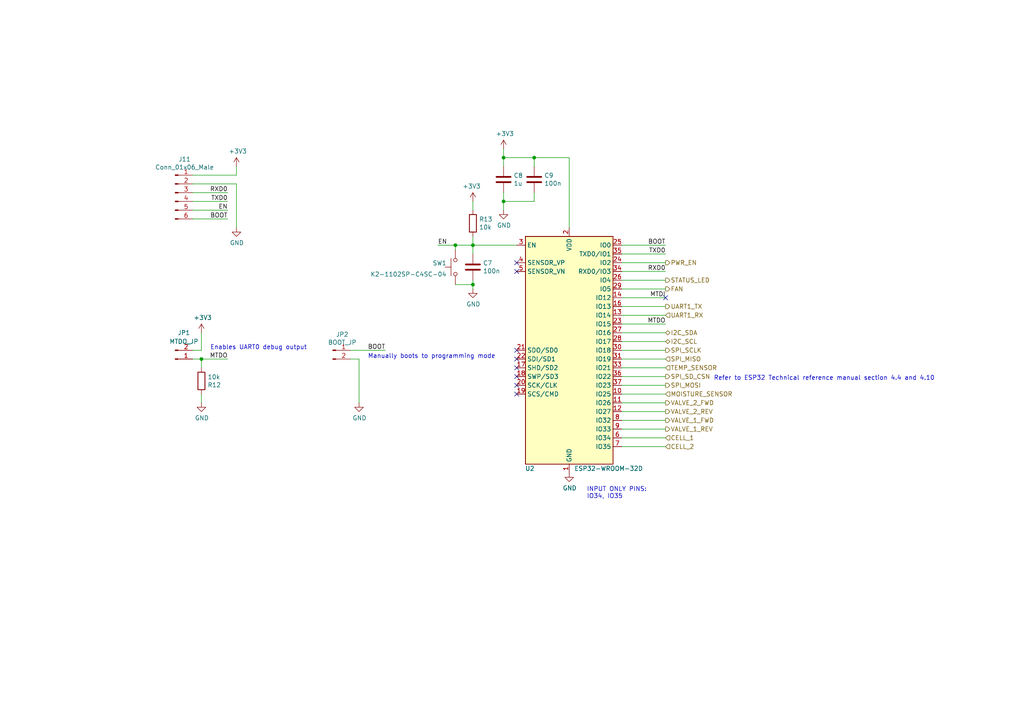
<source format=kicad_sch>
(kicad_sch (version 20211123) (generator eeschema)
  (paper "A4")
  (title_block (title "CO2 Chamber - Microcontroller") (date "2022-05-20") (rev "1"))
  (lib_symbols
    (symbol "Connector:Conn_01x02_Male" (pin_names (offset 1.016) hide)
      (property "Reference" "J" (at 0 2.54 0))
      (property "Value" "Conn_01x02_Male" (at 0 -5.08 0))
      (symbol "Conn_01x02_Male_1_1"
        (polyline (pts (xy 1.27 -2.54) (xy 0.8636 -2.54)) (stroke (width 0.1524)))
        (polyline (pts (xy 1.27 0) (xy 0.8636 0)) (stroke (width 0.1524)))
        (rectangle (start 0.8636 -2.413) (end 0 -2.667) (stroke (width 0.1524)) (fill (type outline)))
        (rectangle (start 0.8636 0.127) (end 0 -0.127) (stroke (width 0.1524)) (fill (type outline)))
        (pin passive line (at 5.08 0 180) (length 3.81) (name "Pin_1") (number "1"))
        (pin passive line (at 5.08 -2.54 180) (length 3.81) (name "Pin_2") (number "2"))
      )
    )
    (symbol "Connector:Conn_01x06_Male" (pin_names (offset 1.016) hide)
      (property "Reference" "J" (at 0 7.62 0))
      (property "Value" "Conn_01x06_Male" (at 0 -10.16 0))
      (symbol "Conn_01x06_Male_1_1"
        (polyline (pts (xy 1.27 -7.62) (xy 0.8636 -7.62)) (stroke (width 0.1524)))
        (polyline (pts (xy 1.27 -5.08) (xy 0.8636 -5.08)) (stroke (width 0.1524)))
        (polyline (pts (xy 1.27 -2.54) (xy 0.8636 -2.54)) (stroke (width 0.1524)))
        (polyline (pts (xy 1.27 0) (xy 0.8636 0)) (stroke (width 0.1524)))
        (polyline (pts (xy 1.27 2.54) (xy 0.8636 2.54)) (stroke (width 0.1524)))
        (polyline (pts (xy 1.27 5.08) (xy 0.8636 5.08)) (stroke (width 0.1524)))
        (rectangle (start 0.8636 -7.493) (end 0 -7.747) (stroke (width 0.1524)) (fill (type outline)))
        (rectangle (start 0.8636 -4.953) (end 0 -5.207) (stroke (width 0.1524)) (fill (type outline)))
        (rectangle (start 0.8636 -2.413) (end 0 -2.667) (stroke (width 0.1524)) (fill (type outline)))
        (rectangle (start 0.8636 0.127) (end 0 -0.127) (stroke (width 0.1524)) (fill (type outline)))
        (rectangle (start 0.8636 2.667) (end 0 2.413) (stroke (width 0.1524)) (fill (type outline)))
        (rectangle (start 0.8636 5.207) (end 0 4.953) (stroke (width 0.1524)) (fill (type outline)))
        (pin passive line (at 5.08 5.08 180) (length 3.81) (name "Pin_1") (number "1"))
        (pin passive line (at 5.08 2.54 180) (length 3.81) (name "Pin_2") (number "2"))
        (pin passive line (at 5.08 0 180) (length 3.81) (name "Pin_3") (number "3"))
        (pin passive line (at 5.08 -2.54 180) (length 3.81) (name "Pin_4") (number "4"))
        (pin passive line (at 5.08 -5.08 180) (length 3.81) (name "Pin_5") (number "5"))
        (pin passive line (at 5.08 -7.62 180) (length 3.81) (name "Pin_6") (number "6"))
      )
    )
    (symbol "Device:C" (pin_numbers hide) (pin_names (offset 0.254))
      (property "Reference" "C" (at 0.635 2.54 0))
      (property "Value" "C" (at 0.635 -2.54 0))
      (symbol "C_0_1"
        (polyline (pts (xy -2.032 -0.762) (xy 2.032 -0.762)) (stroke (width 0.508)))
        (polyline (pts (xy -2.032 0.762) (xy 2.032 0.762)) (stroke (width 0.508)))
      )
      (symbol "C_1_1"
        (pin passive line (at 0 3.81 270) (length 2.794) (name "~") (number "1"))
        (pin passive line (at 0 -3.81 90) (length 2.794) (name "~") (number "2"))
      )
    )
    (symbol "Device:R" (pin_numbers hide) (pin_names (offset 0))
      (property "Reference" "R" (at 2.032 0 90))
      (property "Value" "R" (at 0 0 90))
      (symbol "R_0_1"
        (rectangle (start -1.016 -2.54) (end 1.016 2.54) (stroke (width 0.254)))
      )
      (symbol "R_1_1"
        (pin passive line (at 0 3.81 270) (length 1.27) (name "~") (number "1"))
        (pin passive line (at 0 -3.81 90) (length 1.27) (name "~") (number "2"))
      )
    )
    (symbol "RF_Module:ESP32-WROOM-32D"
      (property "Reference" "U" (at -12.7 34.29 0))
      (property "Value" "ESP32-WROOM-32D" (at 1.27 34.29 0))
      (symbol "ESP32-WROOM-32D_0_1"
        (rectangle (start -12.7 33.02) (end 12.7 -33.02) (stroke (width 0.254)) (fill (type background)))
      )
      (symbol "ESP32-WROOM-32D_1_1"
        (pin power_in line (at 0 -35.56 90) (length 2.54) (name "GND") (number "1"))
        (pin bidirectional line (at 15.24 -12.7 180) (length 2.54) (name "IO25") (number "10"))
        (pin bidirectional line (at 15.24 -15.24 180) (length 2.54) (name "IO26") (number "11"))
        (pin bidirectional line (at 15.24 -17.78 180) (length 2.54) (name "IO27") (number "12"))
        (pin bidirectional line (at 15.24 10.16 180) (length 2.54) (name "IO14") (number "13"))
        (pin bidirectional line (at 15.24 15.24 180) (length 2.54) (name "IO12") (number "14"))
        (pin passive line (at 0 -35.56 90) (length 2.54) hide (name "GND") (number "15"))
        (pin bidirectional line (at 15.24 12.7 180) (length 2.54) (name "IO13") (number "16"))
        (pin bidirectional line (at -15.24 -5.08 0) (length 2.54) (name "SHD/SD2") (number "17"))
        (pin bidirectional line (at -15.24 -7.62 0) (length 2.54) (name "SWP/SD3") (number "18"))
        (pin bidirectional line (at -15.24 -12.7 0) (length 2.54) (name "SCS/CMD") (number "19"))
        (pin power_in line (at 0 35.56 270) (length 2.54) (name "VDD") (number "2"))
        (pin bidirectional line (at -15.24 -10.16 0) (length 2.54) (name "SCK/CLK") (number "20"))
        (pin bidirectional line (at -15.24 0 0) (length 2.54) (name "SDO/SD0") (number "21"))
        (pin bidirectional line (at -15.24 -2.54 0) (length 2.54) (name "SDI/SD1") (number "22"))
        (pin bidirectional line (at 15.24 7.62 180) (length 2.54) (name "IO15") (number "23"))
        (pin bidirectional line (at 15.24 25.4 180) (length 2.54) (name "IO2") (number "24"))
        (pin bidirectional line (at 15.24 30.48 180) (length 2.54) (name "IO0") (number "25"))
        (pin bidirectional line (at 15.24 20.32 180) (length 2.54) (name "IO4") (number "26"))
        (pin bidirectional line (at 15.24 5.08 180) (length 2.54) (name "IO16") (number "27"))
        (pin bidirectional line (at 15.24 2.54 180) (length 2.54) (name "IO17") (number "28"))
        (pin bidirectional line (at 15.24 17.78 180) (length 2.54) (name "IO5") (number "29"))
        (pin input line (at -15.24 30.48 0) (length 2.54) (name "EN") (number "3"))
        (pin bidirectional line (at 15.24 0 180) (length 2.54) (name "IO18") (number "30"))
        (pin bidirectional line (at 15.24 -2.54 180) (length 2.54) (name "IO19") (number "31"))
        (pin no_connect line (at -12.7 -27.94 0) (length 2.54) hide (name "NC") (number "32"))
        (pin bidirectional line (at 15.24 -5.08 180) (length 2.54) (name "IO21") (number "33"))
        (pin bidirectional line (at 15.24 22.86 180) (length 2.54) (name "RXD0/IO3") (number "34"))
        (pin bidirectional line (at 15.24 27.94 180) (length 2.54) (name "TXD0/IO1") (number "35"))
        (pin bidirectional line (at 15.24 -7.62 180) (length 2.54) (name "IO22") (number "36"))
        (pin bidirectional line (at 15.24 -10.16 180) (length 2.54) (name "IO23") (number "37"))
        (pin passive line (at 0 -35.56 90) (length 2.54) hide (name "GND") (number "38"))
        (pin passive line (at 0 -35.56 90) (length 2.54) hide (name "GND") (number "39"))
        (pin input line (at -15.24 25.4 0) (length 2.54) (name "SENSOR_VP") (number "4"))
        (pin input line (at -15.24 22.86 0) (length 2.54) (name "SENSOR_VN") (number "5"))
        (pin input line (at 15.24 -25.4 180) (length 2.54) (name "IO34") (number "6"))
        (pin input line (at 15.24 -27.94 180) (length 2.54) (name "IO35") (number "7"))
        (pin bidirectional line (at 15.24 -20.32 180) (length 2.54) (name "IO32") (number "8"))
        (pin bidirectional line (at 15.24 -22.86 180) (length 2.54) (name "IO33") (number "9"))
      )
    )
    (symbol "Switch:SW_Push" (pin_numbers hide) (pin_names (offset 1.016) hide)
      (property "Reference" "SW" (at 1.27 2.54 0))
      (property "Value" "SW_Push" (at 0 -1.524 0))
      (symbol "SW_Push_0_1"
        (circle (center -2.032 0) (radius 0.508))
        (polyline (pts (xy 0 1.27) (xy 0 3.048)))
        (polyline (pts (xy 2.54 1.27) (xy -2.54 1.27)))
        (circle (center 2.032 0) (radius 0.508))
        (pin passive line (at -5.08 0 0) (length 2.54) (name "1") (number "1"))
        (pin passive line (at 5.08 0 180) (length 2.54) (name "2") (number "2"))
      )
    )
    (symbol "power:+3V3" (power) (pin_names (offset 0))
      (property "Value" "+3V3" (at 0 3.556 0))
      (symbol "+3V3_0_1"
        (polyline (pts (xy -0.762 1.27) (xy 0 2.54)))
        (polyline (pts (xy 0 0) (xy 0 2.54)))
        (polyline (pts (xy 0 2.54) (xy 0.762 1.27)))
      )
      (symbol "+3V3_1_1"
        (pin power_in line (at 0 0 90) (length 0) hide (name "+3V3") (number "1"))
      )
    )
    (symbol "power:GND" (power) (pin_names (offset 0))
      (property "Value" "GND" (at 0 -3.81 0))
      (symbol "GND_0_1"
        (polyline (pts (xy 0 0) (xy 0 -1.27) (xy 1.27 -1.27) (xy 0 -2.54) (xy -1.27 -1.27) (xy 0 -1.27)))
      )
      (symbol "GND_1_1"
        (pin power_in line (at 0 0 270) (length 0) hide (name "GND") (number "1"))
      )
    )
  )
  (junction (at 58.42 104.14))
  (junction (at 154.94 45.72))
  (junction (at 137.16 71.12))
  (junction (at 146.05 58.42))
  (junction (at 146.05 45.72))
  (junction (at 132.08 71.12))
  (junction (at 137.16 82.55))
  (no_connect (at 149.86 101.6))
  (no_connect (at 149.86 106.68))
  (no_connect (at 149.86 114.3))
  (no_connect (at 149.86 76.2))
  (no_connect (at 149.86 111.76))
  (no_connect (at 149.86 109.22))
  (no_connect (at 193.04 86.36))
  (no_connect (at 149.86 78.74))
  (no_connect (at 149.86 104.14))
  (wire (pts (xy 101.6 104.14) (xy 104.14 104.14)))
  (wire (pts (xy 55.88 63.5) (xy 66.04 63.5)))
  (wire (pts (xy 180.34 114.3) (xy 193.04 114.3)))
  (wire (pts (xy 137.16 71.12) (xy 132.08 71.12)))
  (wire (pts (xy 137.16 73.66) (xy 137.16 71.12)))
  (wire (pts (xy 104.14 104.14) (xy 104.14 116.84)))
  (wire (pts (xy 180.34 83.82) (xy 193.04 83.82)))
  (wire (pts (xy 101.6 101.6) (xy 111.76 101.6)))
  (wire (pts (xy 180.34 93.98) (xy 193.04 93.98)))
  (wire (pts (xy 132.08 71.12) (xy 132.08 72.39)))
  (wire (pts (xy 55.88 101.6) (xy 58.42 101.6)))
  (wire (pts (xy 180.34 81.28) (xy 193.04 81.28)))
  (wire (pts (xy 58.42 114.3) (xy 58.42 116.84)))
  (wire (pts (xy 58.42 96.52) (xy 58.42 101.6)))
  (wire (pts (xy 154.94 48.26) (xy 154.94 45.72)))
  (wire (pts (xy 68.58 50.8) (xy 68.58 48.26)))
  (wire (pts (xy 180.34 86.36) (xy 193.04 86.36)))
  (wire (pts (xy 146.05 55.88) (xy 146.05 58.42)))
  (wire (pts (xy 180.34 101.6) (xy 193.04 101.6)))
  (wire (pts (xy 137.16 81.28) (xy 137.16 82.55)))
  (wire (pts (xy 180.34 127) (xy 193.04 127)))
  (wire (pts (xy 154.94 55.88) (xy 154.94 58.42)))
  (wire (pts (xy 55.88 58.42) (xy 66.04 58.42)))
  (wire (pts (xy 137.16 82.55) (xy 137.16 83.82)))
  (wire (pts (xy 180.34 129.54) (xy 193.04 129.54)))
  (wire (pts (xy 180.34 78.74) (xy 193.04 78.74)))
  (wire (pts (xy 180.34 104.14) (xy 193.04 104.14)))
  (wire (pts (xy 146.05 43.18) (xy 146.05 45.72)))
  (wire (pts (xy 180.34 116.84) (xy 193.04 116.84)))
  (wire (pts (xy 193.04 91.44) (xy 180.34 91.44)))
  (wire (pts (xy 180.34 99.06) (xy 193.04 99.06)))
  (wire (pts (xy 180.34 71.12) (xy 193.04 71.12)))
  (wire (pts (xy 137.16 60.96) (xy 137.16 58.42)))
  (wire (pts (xy 180.34 111.76) (xy 193.04 111.76)))
  (wire (pts (xy 193.04 88.9) (xy 180.34 88.9)))
  (wire (pts (xy 154.94 45.72) (xy 146.05 45.72)))
  (wire (pts (xy 146.05 45.72) (xy 146.05 48.26)))
  (wire (pts (xy 154.94 58.42) (xy 146.05 58.42)))
  (wire (pts (xy 180.34 76.2) (xy 193.04 76.2)))
  (wire (pts (xy 55.88 50.8) (xy 68.58 50.8)))
  (wire (pts (xy 180.34 73.66) (xy 193.04 73.66)))
  (wire (pts (xy 146.05 58.42) (xy 146.05 60.96)))
  (wire (pts (xy 180.34 124.46) (xy 193.04 124.46)))
  (wire (pts (xy 66.04 60.96) (xy 55.88 60.96)))
  (wire (pts (xy 180.34 96.52) (xy 193.04 96.52)))
  (wire (pts (xy 180.34 109.22) (xy 193.04 109.22)))
  (wire (pts (xy 68.58 53.34) (xy 68.58 66.04)))
  (wire (pts (xy 137.16 71.12) (xy 137.16 68.58)))
  (wire (pts (xy 180.34 106.68) (xy 193.04 106.68)))
  (wire (pts (xy 132.08 82.55) (xy 137.16 82.55)))
  (wire (pts (xy 127 71.12) (xy 132.08 71.12)))
  (wire (pts (xy 154.94 45.72) (xy 165.1 45.72)))
  (wire (pts (xy 58.42 104.14) (xy 66.04 104.14)))
  (wire (pts (xy 55.88 104.14) (xy 58.42 104.14)))
  (wire (pts (xy 66.04 55.88) (xy 55.88 55.88)))
  (wire (pts (xy 58.42 104.14) (xy 58.42 106.68)))
  (wire (pts (xy 55.88 53.34) (xy 68.58 53.34)))
  (wire (pts (xy 180.34 121.92) (xy 193.04 121.92)))
  (wire (pts (xy 137.16 71.12) (xy 149.86 71.12)))
  (wire (pts (xy 180.34 119.38) (xy 193.04 119.38)))
  (wire (pts (xy 165.1 66.04) (xy 165.1 45.72)))
  (text "INPUT ONLY PINS:\nIO34, IO35" (at 170.18 144.78 0) (effects (font (size 1.27 1.27)) (justify left bottom)))
  (text "Refer to ESP32 Technical reference manual section 4.4 and 4.10\n" (at 207.01 110.49 0) (effects (font (size 1.27 1.27)) (justify left bottom)))
  (text "Manually boots to programming mode" (at 106.68 104.14 0) (effects (font (size 1.27 1.27)) (justify left bottom)))
  (text "Enables UART0 debug output" (at 60.96 101.6 0) (effects (font (size 1.27 1.27)) (justify left bottom)))
  (label "BOOT" (at 66.04 63.5 180))
  (label "EN" (at 127 71.12 0))
  (label "RXD0" (at 66.04 55.88 180))
  (label "BOOT" (at 193.04 71.12 180))
  (label "MTDO" (at 66.04 104.14 180))
  (label "BOOT" (at 111.76 101.6 180))
  (label "TXD0" (at 66.04 58.42 180))
  (label "MTDI" (at 193.04 86.36 180))
  (label "EN" (at 66.04 60.96 180))
  (label "RXD0" (at 193.04 78.74 180))
  (label "TXD0" (at 193.04 73.66 180))
  (label "MTDO" (at 193.04 93.98 180))
  (hierarchical_label "SPI_SCLK" (shape output) (at 193.04 101.6 0))
  (hierarchical_label "SPI_MISO" (shape input) (at 193.04 104.14 0))
  (hierarchical_label "CELL_2" (shape input) (at 193.04 129.54 0))
  (hierarchical_label "PWR_EN" (shape output) (at 193.04 76.2 0))
  (hierarchical_label "I2C_SCL" (shape bidirectional) (at 193.04 99.06 0))
  (hierarchical_label "CELL_1" (shape input) (at 193.04 127 0))
  (hierarchical_label "MOISTURE_SENSOR" (shape input) (at 193.04 114.3 0))
  (hierarchical_label "VALVE_1_REV" (shape output) (at 193.04 124.46 0))
  (hierarchical_label "VALVE_2_REV" (shape output) (at 193.04 119.38 0))
  (hierarchical_label "SPI_SD_CSN" (shape output) (at 193.04 109.22 0))
  (hierarchical_label "TEMP_SENSOR" (shape input) (at 193.04 106.68 0))
  (hierarchical_label "VALVE_2_FWD" (shape output) (at 193.04 116.84 0))
  (hierarchical_label "UART1_RX" (shape input) (at 193.04 91.44 0))
  (hierarchical_label "STATUS_LED" (shape output) (at 193.04 81.28 0))
  (hierarchical_label "VALVE_1_FWD" (shape output) (at 193.04 121.92 0))
  (hierarchical_label "I2C_SDA" (shape bidirectional) (at 193.04 96.52 0))
  (hierarchical_label "FAN" (shape output) (at 193.04 83.82 0))
  (hierarchical_label "UART1_TX" (shape output) (at 193.04 88.9 0))
  (hierarchical_label "SPI_MOSI" (shape output) (at 193.04 111.76 0))
  (symbol (lib_id "Device:C") (at 146.05 52.07 0) (unit 1)
    (property "Reference" "C8" (at 148.971 50.9016 0) (effects (justify left)))
    (property "Value" "1u" (at 148.971 53.213 0) (effects (justify left)))
    (property "Footprint" "Capacitor_SMD:C_0603_1608Metric" (effects hide))
    (property "LCSC" "C15849" (effects hide))
  )
  (symbol (lib_id "Device:C") (at 154.94 52.07 0) (unit 1)
    (property "Reference" "C9" (at 157.861 50.9016 0) (effects (justify left)))
    (property "Value" "100n" (at 157.861 53.213 0) (effects (justify left)))
    (property "Footprint" "Capacitor_SMD:C_0603_1608Metric" (effects hide))
    (property "LCSC" "C14663" (effects hide))
  )
  (symbol (lib_id "power:+3V3") (at 146.05 43.18 0) (unit 1)
    (property "Reference" "#PWR036" (effects hide))
    (property "Value" "+3V3" (at 146.431 38.7858 0))
  )
  (symbol (lib_id "power:+3V3") (at 137.16 58.42 0) (mirror y) (unit 1)
    (property "Reference" "#PWR034" (effects hide))
    (property "Value" "+3V3" (at 136.779 54.0258 0))
  )
  (symbol (lib_id "power:+3V3") (at 68.58 48.26 0) (unit 1)
    (property "Reference" "#PWR031" (effects hide))
    (property "Value" "+3V3" (at 68.961 43.8658 0))
  )
  (symbol (lib_id "Device:R") (at 137.16 64.77 0) (unit 1)
    (property "Reference" "R13" (at 138.938 63.6016 0) (effects (justify left)))
    (property "Value" "10k" (at 138.938 65.913 0) (effects (justify left)))
    (property "Footprint" "Resistor_SMD:R_0603_1608Metric" (effects hide))
    (property "LCSC" "C25804" (effects hide))
  )
  (symbol (lib_id "power:GND") (at 146.05 60.96 0) (unit 1)
    (property "Reference" "#PWR037" (effects hide))
    (property "Value" "GND" (at 146.177 65.3542 0))
  )
  (symbol (lib_id "Device:C") (at 137.16 77.47 0) (unit 1)
    (property "Reference" "C7" (at 140.081 76.3016 0) (effects (justify left)))
    (property "Value" "100n" (at 140.081 78.613 0) (effects (justify left)))
    (property "Footprint" "Capacitor_SMD:C_0603_1608Metric" (effects hide))
    (property "LCSC" "C14663" (effects hide))
  )
  (symbol (lib_id "power:GND") (at 137.16 83.82 0) (unit 1)
    (property "Reference" "#PWR035" (effects hide))
    (property "Value" "GND" (at 137.287 88.2142 0))
  )
  (symbol (lib_id "Connector:Conn_01x02_Male") (at 50.8 104.14 0) (mirror x) (unit 1)
    (property "Reference" "JP1" (at 53.34 96.52 0))
    (property "Value" "MTDO_JP" (at 53.34 99.06 0))
    (property "Footprint" "Connector_PinHeader_2.54mm:PinHeader_1x02_P2.54mm_Vertical" (effects hide))
    (property "LCSC" "C160332" (effects hide))
  )
  (symbol (lib_id "power:+3V3") (at 58.42 96.52 0) (unit 1)
    (property "Reference" "#PWR029" (effects hide))
    (property "Value" "+3V3" (at 58.801 92.1258 0))
  )
  (symbol (lib_id "Connector:Conn_01x02_Male") (at 96.52 101.6 0) (unit 1)
    (property "Reference" "JP2" (at 99.2632 97.0026 0))
    (property "Value" "BOOT_JP" (at 99.2632 99.314 0))
    (property "Footprint" "Connector_PinHeader_2.54mm:PinHeader_1x02_P2.54mm_Vertical" (effects hide))
    (property "LCSC" "C160332" (effects hide))
  )
  (symbol (lib_id "power:GND") (at 104.14 116.84 0) (unit 1)
    (property "Reference" "#PWR033" (effects hide))
    (property "Value" "GND" (at 104.267 121.2342 0))
  )
  (symbol (lib_id "Device:R") (at 58.42 110.49 0) (mirror x) (unit 1)
    (property "Reference" "R12" (at 60.198 111.6584 0) (effects (justify left)))
    (property "Value" "10k" (at 60.198 109.347 0) (effects (justify left)))
    (property "Footprint" "Resistor_SMD:R_0603_1608Metric" (effects hide))
    (property "LCSC" "C25804" (effects hide))
  )
  (symbol (lib_id "power:GND") (at 58.42 116.84 0) (unit 1)
    (property "Reference" "#PWR030" (effects hide))
    (property "Value" "GND" (at 58.547 121.2342 0))
  )
  (symbol (lib_id "power:GND") (at 165.1 137.16 0) (unit 1)
    (property "Reference" "#PWR038" (effects hide))
    (property "Value" "GND" (at 165.227 141.5542 0))
  )
  (symbol (lib_id "RF_Module:ESP32-WROOM-32D") (at 165.1 101.6 0) (unit 1)
    (property "Reference" "U2" (at 153.67 135.89 0))
    (property "Value" "ESP32-WROOM-32D" (at 176.53 135.89 0))
    (property "Footprint" "RF_Module:ESP32-WROOM-32" (effects hide))
    (property "Datasheet" "https://www.espressif.com/sites/default/files/documentation/esp32-wroom-32d_esp32-wroom-32u_datasheet_en.pdf" (effects hide))
    (property "LCSC" "C473012" (effects hide))
  )
  (symbol (lib_id "Connector:Conn_01x06_Male") (at 50.8 55.88 0) (unit 1)
    (property "Reference" "J11" (at 53.5432 46.2026 0))
    (property "Value" "Conn_01x06_Male" (at 53.5432 48.514 0))
    (property "Footprint" "Connector_PinHeader_2.54mm:PinHeader_1x06_P2.54mm_Vertical" (effects hide))
    (property "LCSC" "C124380" (effects hide))
  )
  (symbol (lib_id "Switch:SW_Push") (at 132.08 77.47 90) (unit 1)
    (property "Reference" "SW1" (at 129.54 76.3016 90) (effects (justify left)))
    (property "Value" "K2-1102SP-C4SC-04" (at 129.54 79.5528 90) (effects (justify left)))
    (property "Footprint" "co2_sensor_node:K2-1102SP-xxxC" (effects hide))
    (property "Datasheet" "https://datasheet.lcsc.com/szlcsc/1811082113_Korean-Hroparts-Elec-K2-1102SP-C4SC-04_C127509.pdf" (effects hide))
    (property "LCSC" "C127509" (effects hide))
  )
  (symbol (lib_id "power:GND") (at 68.58 66.04 0) (unit 1)
    (property "Reference" "#PWR032" (effects hide))
    (property "Value" "GND" (at 68.707 70.4342 0))
  )
)
</source>
